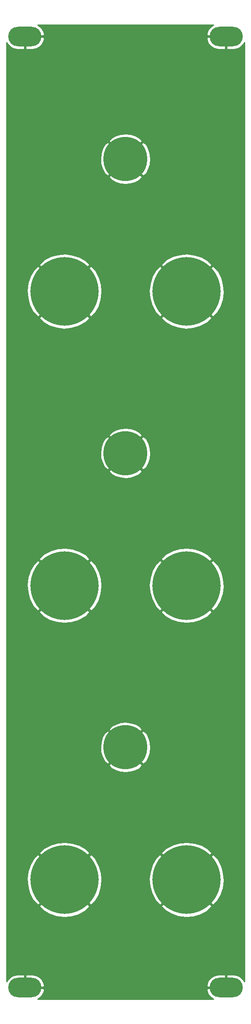
<source format=gbr>
%TF.GenerationSoftware,KiCad,Pcbnew,5.1.6-c6e7f7d~87~ubuntu20.04.1*%
%TF.CreationDate,2020-10-18T19:32:01-04:00*%
%TF.ProjectId,attenuators_panel,61747465-6e75-4617-946f-72735f70616e,rev?*%
%TF.SameCoordinates,Original*%
%TF.FileFunction,Copper,L1,Top*%
%TF.FilePolarity,Positive*%
%FSLAX46Y46*%
G04 Gerber Fmt 4.6, Leading zero omitted, Abs format (unit mm)*
G04 Created by KiCad (PCBNEW 5.1.6-c6e7f7d~87~ubuntu20.04.1) date 2020-10-18 19:32:01*
%MOMM*%
%LPD*%
G01*
G04 APERTURE LIST*
%TA.AperFunction,ComponentPad*%
%ADD10C,14.000000*%
%TD*%
%TA.AperFunction,ComponentPad*%
%ADD11C,9.000000*%
%TD*%
%TA.AperFunction,ComponentPad*%
%ADD12O,6.800000X4.000000*%
%TD*%
%TA.AperFunction,Conductor*%
%ADD13C,0.254000*%
%TD*%
G04 APERTURE END LIST*
D10*
%TO.P,H13,1*%
%TO.N,GND*%
X172500000Y-187000000D03*
%TD*%
%TO.P,H12,1*%
%TO.N,GND*%
X172500000Y-67000000D03*
%TD*%
%TO.P,H11,1*%
%TO.N,GND*%
X172500000Y-127000000D03*
%TD*%
%TO.P,H10,1*%
%TO.N,GND*%
X147500000Y-67000000D03*
%TD*%
%TO.P,H9,1*%
%TO.N,GND*%
X147500000Y-127000000D03*
%TD*%
%TO.P,H8,1*%
%TO.N,GND*%
X147500000Y-187000000D03*
%TD*%
D11*
%TO.P,H7,1*%
%TO.N,GND*%
X160000000Y-100000000D03*
%TD*%
%TO.P,H6,1*%
%TO.N,GND*%
X160000000Y-160000000D03*
%TD*%
%TO.P,H5,1*%
%TO.N,GND*%
X160000000Y-40000000D03*
%TD*%
D12*
%TO.P,H4,1*%
%TO.N,GND*%
X139400000Y-209000000D03*
%TD*%
%TO.P,H3,1*%
%TO.N,GND*%
X180600000Y-209000000D03*
%TD*%
%TO.P,H2,1*%
%TO.N,GND*%
X180600000Y-15000000D03*
%TD*%
%TO.P,H1,1*%
%TO.N,GND*%
X139400000Y-15000000D03*
%TD*%
D13*
%TO.N,GND*%
G36*
X177630475Y-12879635D02*
G01*
X177246970Y-13226576D01*
X176938519Y-13641669D01*
X176716975Y-14108962D01*
X176620333Y-14462838D01*
X176727009Y-14873000D01*
X180473000Y-14873000D01*
X180473000Y-14853000D01*
X180727000Y-14853000D01*
X180727000Y-14873000D01*
X180747000Y-14873000D01*
X180747000Y-15127000D01*
X180727000Y-15127000D01*
X180727000Y-17635000D01*
X182127000Y-17635000D01*
X182638623Y-17559593D01*
X183125704Y-17385822D01*
X183569525Y-17120365D01*
X183953030Y-16773424D01*
X184261481Y-16358331D01*
X184340000Y-16192714D01*
X184340001Y-207807288D01*
X184261481Y-207641669D01*
X183953030Y-207226576D01*
X183569525Y-206879635D01*
X183125704Y-206614178D01*
X182638623Y-206440407D01*
X182127000Y-206365000D01*
X180727000Y-206365000D01*
X180727000Y-208873000D01*
X180747000Y-208873000D01*
X180747000Y-209127000D01*
X180727000Y-209127000D01*
X180727000Y-209147000D01*
X180473000Y-209147000D01*
X180473000Y-209127000D01*
X176727009Y-209127000D01*
X176620333Y-209537162D01*
X176716975Y-209891038D01*
X176938519Y-210358331D01*
X177246970Y-210773424D01*
X177630475Y-211120365D01*
X177997686Y-211340000D01*
X142002314Y-211340000D01*
X142369525Y-211120365D01*
X142753030Y-210773424D01*
X143061481Y-210358331D01*
X143283025Y-209891038D01*
X143379667Y-209537162D01*
X143272991Y-209127000D01*
X139527000Y-209127000D01*
X139527000Y-209147000D01*
X139273000Y-209147000D01*
X139273000Y-209127000D01*
X139253000Y-209127000D01*
X139253000Y-208873000D01*
X139273000Y-208873000D01*
X139273000Y-206365000D01*
X139527000Y-206365000D01*
X139527000Y-208873000D01*
X143272991Y-208873000D01*
X143379667Y-208462838D01*
X176620333Y-208462838D01*
X176727009Y-208873000D01*
X180473000Y-208873000D01*
X180473000Y-206365000D01*
X179073000Y-206365000D01*
X178561377Y-206440407D01*
X178074296Y-206614178D01*
X177630475Y-206879635D01*
X177246970Y-207226576D01*
X176938519Y-207641669D01*
X176716975Y-208108962D01*
X176620333Y-208462838D01*
X143379667Y-208462838D01*
X143283025Y-208108962D01*
X143061481Y-207641669D01*
X142753030Y-207226576D01*
X142369525Y-206879635D01*
X141925704Y-206614178D01*
X141438623Y-206440407D01*
X140927000Y-206365000D01*
X139527000Y-206365000D01*
X139273000Y-206365000D01*
X137873000Y-206365000D01*
X137361377Y-206440407D01*
X136874296Y-206614178D01*
X136430475Y-206879635D01*
X136046970Y-207226576D01*
X135738519Y-207641669D01*
X135660000Y-207807286D01*
X135660000Y-192401674D01*
X142277932Y-192401674D01*
X143093908Y-193280530D01*
X144403840Y-194019437D01*
X145832756Y-194488591D01*
X147325743Y-194669963D01*
X148825428Y-194556583D01*
X150274176Y-194152807D01*
X151616314Y-193474153D01*
X151906092Y-193280530D01*
X152722068Y-192401674D01*
X167277932Y-192401674D01*
X168093908Y-193280530D01*
X169403840Y-194019437D01*
X170832756Y-194488591D01*
X172325743Y-194669963D01*
X173825428Y-194556583D01*
X175274176Y-194152807D01*
X176616314Y-193474153D01*
X176906092Y-193280530D01*
X177722068Y-192401674D01*
X172500000Y-187179605D01*
X167277932Y-192401674D01*
X152722068Y-192401674D01*
X147500000Y-187179605D01*
X142277932Y-192401674D01*
X135660000Y-192401674D01*
X135660000Y-186825743D01*
X139830037Y-186825743D01*
X139943417Y-188325428D01*
X140347193Y-189774176D01*
X141025847Y-191116314D01*
X141219470Y-191406092D01*
X142098326Y-192222068D01*
X147320395Y-187000000D01*
X147679605Y-187000000D01*
X152901674Y-192222068D01*
X153780530Y-191406092D01*
X154519437Y-190096160D01*
X154988591Y-188667244D01*
X155169963Y-187174257D01*
X155143615Y-186825743D01*
X164830037Y-186825743D01*
X164943417Y-188325428D01*
X165347193Y-189774176D01*
X166025847Y-191116314D01*
X166219470Y-191406092D01*
X167098326Y-192222068D01*
X172320395Y-187000000D01*
X172679605Y-187000000D01*
X177901674Y-192222068D01*
X178780530Y-191406092D01*
X179519437Y-190096160D01*
X179988591Y-188667244D01*
X180169963Y-187174257D01*
X180056583Y-185674572D01*
X179652807Y-184225824D01*
X178974153Y-182883686D01*
X178780530Y-182593908D01*
X177901674Y-181777932D01*
X172679605Y-187000000D01*
X172320395Y-187000000D01*
X167098326Y-181777932D01*
X166219470Y-182593908D01*
X165480563Y-183903840D01*
X165011409Y-185332756D01*
X164830037Y-186825743D01*
X155143615Y-186825743D01*
X155056583Y-185674572D01*
X154652807Y-184225824D01*
X153974153Y-182883686D01*
X153780530Y-182593908D01*
X152901674Y-181777932D01*
X147679605Y-187000000D01*
X147320395Y-187000000D01*
X142098326Y-181777932D01*
X141219470Y-182593908D01*
X140480563Y-183903840D01*
X140011409Y-185332756D01*
X139830037Y-186825743D01*
X135660000Y-186825743D01*
X135660000Y-181598326D01*
X142277932Y-181598326D01*
X147500000Y-186820395D01*
X152722068Y-181598326D01*
X167277932Y-181598326D01*
X172500000Y-186820395D01*
X177722068Y-181598326D01*
X176906092Y-180719470D01*
X175596160Y-179980563D01*
X174167244Y-179511409D01*
X172674257Y-179330037D01*
X171174572Y-179443417D01*
X169725824Y-179847193D01*
X168383686Y-180525847D01*
X168093908Y-180719470D01*
X167277932Y-181598326D01*
X152722068Y-181598326D01*
X151906092Y-180719470D01*
X150596160Y-179980563D01*
X149167244Y-179511409D01*
X147674257Y-179330037D01*
X146174572Y-179443417D01*
X144725824Y-179847193D01*
X143383686Y-180525847D01*
X143093908Y-180719470D01*
X142277932Y-181598326D01*
X135660000Y-181598326D01*
X135660000Y-163624971D01*
X156554634Y-163624971D01*
X157070783Y-164247788D01*
X157955768Y-164737630D01*
X158919314Y-165045407D01*
X159924389Y-165159293D01*
X160932370Y-165074910D01*
X161904520Y-164795501D01*
X162803481Y-164331803D01*
X162929217Y-164247788D01*
X163445366Y-163624971D01*
X160000000Y-160179605D01*
X156554634Y-163624971D01*
X135660000Y-163624971D01*
X135660000Y-159924389D01*
X154840707Y-159924389D01*
X154925090Y-160932370D01*
X155204499Y-161904520D01*
X155668197Y-162803481D01*
X155752212Y-162929217D01*
X156375029Y-163445366D01*
X159820395Y-160000000D01*
X160179605Y-160000000D01*
X163624971Y-163445366D01*
X164247788Y-162929217D01*
X164737630Y-162044232D01*
X165045407Y-161080686D01*
X165159293Y-160075611D01*
X165074910Y-159067630D01*
X164795501Y-158095480D01*
X164331803Y-157196519D01*
X164247788Y-157070783D01*
X163624971Y-156554634D01*
X160179605Y-160000000D01*
X159820395Y-160000000D01*
X156375029Y-156554634D01*
X155752212Y-157070783D01*
X155262370Y-157955768D01*
X154954593Y-158919314D01*
X154840707Y-159924389D01*
X135660000Y-159924389D01*
X135660000Y-156375029D01*
X156554634Y-156375029D01*
X160000000Y-159820395D01*
X163445366Y-156375029D01*
X162929217Y-155752212D01*
X162044232Y-155262370D01*
X161080686Y-154954593D01*
X160075611Y-154840707D01*
X159067630Y-154925090D01*
X158095480Y-155204499D01*
X157196519Y-155668197D01*
X157070783Y-155752212D01*
X156554634Y-156375029D01*
X135660000Y-156375029D01*
X135660000Y-132401674D01*
X142277932Y-132401674D01*
X143093908Y-133280530D01*
X144403840Y-134019437D01*
X145832756Y-134488591D01*
X147325743Y-134669963D01*
X148825428Y-134556583D01*
X150274176Y-134152807D01*
X151616314Y-133474153D01*
X151906092Y-133280530D01*
X152722068Y-132401674D01*
X167277932Y-132401674D01*
X168093908Y-133280530D01*
X169403840Y-134019437D01*
X170832756Y-134488591D01*
X172325743Y-134669963D01*
X173825428Y-134556583D01*
X175274176Y-134152807D01*
X176616314Y-133474153D01*
X176906092Y-133280530D01*
X177722068Y-132401674D01*
X172500000Y-127179605D01*
X167277932Y-132401674D01*
X152722068Y-132401674D01*
X147500000Y-127179605D01*
X142277932Y-132401674D01*
X135660000Y-132401674D01*
X135660000Y-126825743D01*
X139830037Y-126825743D01*
X139943417Y-128325428D01*
X140347193Y-129774176D01*
X141025847Y-131116314D01*
X141219470Y-131406092D01*
X142098326Y-132222068D01*
X147320395Y-127000000D01*
X147679605Y-127000000D01*
X152901674Y-132222068D01*
X153780530Y-131406092D01*
X154519437Y-130096160D01*
X154988591Y-128667244D01*
X155169963Y-127174257D01*
X155143615Y-126825743D01*
X164830037Y-126825743D01*
X164943417Y-128325428D01*
X165347193Y-129774176D01*
X166025847Y-131116314D01*
X166219470Y-131406092D01*
X167098326Y-132222068D01*
X172320395Y-127000000D01*
X172679605Y-127000000D01*
X177901674Y-132222068D01*
X178780530Y-131406092D01*
X179519437Y-130096160D01*
X179988591Y-128667244D01*
X180169963Y-127174257D01*
X180056583Y-125674572D01*
X179652807Y-124225824D01*
X178974153Y-122883686D01*
X178780530Y-122593908D01*
X177901674Y-121777932D01*
X172679605Y-127000000D01*
X172320395Y-127000000D01*
X167098326Y-121777932D01*
X166219470Y-122593908D01*
X165480563Y-123903840D01*
X165011409Y-125332756D01*
X164830037Y-126825743D01*
X155143615Y-126825743D01*
X155056583Y-125674572D01*
X154652807Y-124225824D01*
X153974153Y-122883686D01*
X153780530Y-122593908D01*
X152901674Y-121777932D01*
X147679605Y-127000000D01*
X147320395Y-127000000D01*
X142098326Y-121777932D01*
X141219470Y-122593908D01*
X140480563Y-123903840D01*
X140011409Y-125332756D01*
X139830037Y-126825743D01*
X135660000Y-126825743D01*
X135660000Y-121598326D01*
X142277932Y-121598326D01*
X147500000Y-126820395D01*
X152722068Y-121598326D01*
X167277932Y-121598326D01*
X172500000Y-126820395D01*
X177722068Y-121598326D01*
X176906092Y-120719470D01*
X175596160Y-119980563D01*
X174167244Y-119511409D01*
X172674257Y-119330037D01*
X171174572Y-119443417D01*
X169725824Y-119847193D01*
X168383686Y-120525847D01*
X168093908Y-120719470D01*
X167277932Y-121598326D01*
X152722068Y-121598326D01*
X151906092Y-120719470D01*
X150596160Y-119980563D01*
X149167244Y-119511409D01*
X147674257Y-119330037D01*
X146174572Y-119443417D01*
X144725824Y-119847193D01*
X143383686Y-120525847D01*
X143093908Y-120719470D01*
X142277932Y-121598326D01*
X135660000Y-121598326D01*
X135660000Y-103624971D01*
X156554634Y-103624971D01*
X157070783Y-104247788D01*
X157955768Y-104737630D01*
X158919314Y-105045407D01*
X159924389Y-105159293D01*
X160932370Y-105074910D01*
X161904520Y-104795501D01*
X162803481Y-104331803D01*
X162929217Y-104247788D01*
X163445366Y-103624971D01*
X160000000Y-100179605D01*
X156554634Y-103624971D01*
X135660000Y-103624971D01*
X135660000Y-99924389D01*
X154840707Y-99924389D01*
X154925090Y-100932370D01*
X155204499Y-101904520D01*
X155668197Y-102803481D01*
X155752212Y-102929217D01*
X156375029Y-103445366D01*
X159820395Y-100000000D01*
X160179605Y-100000000D01*
X163624971Y-103445366D01*
X164247788Y-102929217D01*
X164737630Y-102044232D01*
X165045407Y-101080686D01*
X165159293Y-100075611D01*
X165074910Y-99067630D01*
X164795501Y-98095480D01*
X164331803Y-97196519D01*
X164247788Y-97070783D01*
X163624971Y-96554634D01*
X160179605Y-100000000D01*
X159820395Y-100000000D01*
X156375029Y-96554634D01*
X155752212Y-97070783D01*
X155262370Y-97955768D01*
X154954593Y-98919314D01*
X154840707Y-99924389D01*
X135660000Y-99924389D01*
X135660000Y-96375029D01*
X156554634Y-96375029D01*
X160000000Y-99820395D01*
X163445366Y-96375029D01*
X162929217Y-95752212D01*
X162044232Y-95262370D01*
X161080686Y-94954593D01*
X160075611Y-94840707D01*
X159067630Y-94925090D01*
X158095480Y-95204499D01*
X157196519Y-95668197D01*
X157070783Y-95752212D01*
X156554634Y-96375029D01*
X135660000Y-96375029D01*
X135660000Y-72401674D01*
X142277932Y-72401674D01*
X143093908Y-73280530D01*
X144403840Y-74019437D01*
X145832756Y-74488591D01*
X147325743Y-74669963D01*
X148825428Y-74556583D01*
X150274176Y-74152807D01*
X151616314Y-73474153D01*
X151906092Y-73280530D01*
X152722068Y-72401674D01*
X167277932Y-72401674D01*
X168093908Y-73280530D01*
X169403840Y-74019437D01*
X170832756Y-74488591D01*
X172325743Y-74669963D01*
X173825428Y-74556583D01*
X175274176Y-74152807D01*
X176616314Y-73474153D01*
X176906092Y-73280530D01*
X177722068Y-72401674D01*
X172500000Y-67179605D01*
X167277932Y-72401674D01*
X152722068Y-72401674D01*
X147500000Y-67179605D01*
X142277932Y-72401674D01*
X135660000Y-72401674D01*
X135660000Y-66825743D01*
X139830037Y-66825743D01*
X139943417Y-68325428D01*
X140347193Y-69774176D01*
X141025847Y-71116314D01*
X141219470Y-71406092D01*
X142098326Y-72222068D01*
X147320395Y-67000000D01*
X147679605Y-67000000D01*
X152901674Y-72222068D01*
X153780530Y-71406092D01*
X154519437Y-70096160D01*
X154988591Y-68667244D01*
X155169963Y-67174257D01*
X155143615Y-66825743D01*
X164830037Y-66825743D01*
X164943417Y-68325428D01*
X165347193Y-69774176D01*
X166025847Y-71116314D01*
X166219470Y-71406092D01*
X167098326Y-72222068D01*
X172320395Y-67000000D01*
X172679605Y-67000000D01*
X177901674Y-72222068D01*
X178780530Y-71406092D01*
X179519437Y-70096160D01*
X179988591Y-68667244D01*
X180169963Y-67174257D01*
X180056583Y-65674572D01*
X179652807Y-64225824D01*
X178974153Y-62883686D01*
X178780530Y-62593908D01*
X177901674Y-61777932D01*
X172679605Y-67000000D01*
X172320395Y-67000000D01*
X167098326Y-61777932D01*
X166219470Y-62593908D01*
X165480563Y-63903840D01*
X165011409Y-65332756D01*
X164830037Y-66825743D01*
X155143615Y-66825743D01*
X155056583Y-65674572D01*
X154652807Y-64225824D01*
X153974153Y-62883686D01*
X153780530Y-62593908D01*
X152901674Y-61777932D01*
X147679605Y-67000000D01*
X147320395Y-67000000D01*
X142098326Y-61777932D01*
X141219470Y-62593908D01*
X140480563Y-63903840D01*
X140011409Y-65332756D01*
X139830037Y-66825743D01*
X135660000Y-66825743D01*
X135660000Y-61598326D01*
X142277932Y-61598326D01*
X147500000Y-66820395D01*
X152722068Y-61598326D01*
X167277932Y-61598326D01*
X172500000Y-66820395D01*
X177722068Y-61598326D01*
X176906092Y-60719470D01*
X175596160Y-59980563D01*
X174167244Y-59511409D01*
X172674257Y-59330037D01*
X171174572Y-59443417D01*
X169725824Y-59847193D01*
X168383686Y-60525847D01*
X168093908Y-60719470D01*
X167277932Y-61598326D01*
X152722068Y-61598326D01*
X151906092Y-60719470D01*
X150596160Y-59980563D01*
X149167244Y-59511409D01*
X147674257Y-59330037D01*
X146174572Y-59443417D01*
X144725824Y-59847193D01*
X143383686Y-60525847D01*
X143093908Y-60719470D01*
X142277932Y-61598326D01*
X135660000Y-61598326D01*
X135660000Y-43624971D01*
X156554634Y-43624971D01*
X157070783Y-44247788D01*
X157955768Y-44737630D01*
X158919314Y-45045407D01*
X159924389Y-45159293D01*
X160932370Y-45074910D01*
X161904520Y-44795501D01*
X162803481Y-44331803D01*
X162929217Y-44247788D01*
X163445366Y-43624971D01*
X160000000Y-40179605D01*
X156554634Y-43624971D01*
X135660000Y-43624971D01*
X135660000Y-39924389D01*
X154840707Y-39924389D01*
X154925090Y-40932370D01*
X155204499Y-41904520D01*
X155668197Y-42803481D01*
X155752212Y-42929217D01*
X156375029Y-43445366D01*
X159820395Y-40000000D01*
X160179605Y-40000000D01*
X163624971Y-43445366D01*
X164247788Y-42929217D01*
X164737630Y-42044232D01*
X165045407Y-41080686D01*
X165159293Y-40075611D01*
X165074910Y-39067630D01*
X164795501Y-38095480D01*
X164331803Y-37196519D01*
X164247788Y-37070783D01*
X163624971Y-36554634D01*
X160179605Y-40000000D01*
X159820395Y-40000000D01*
X156375029Y-36554634D01*
X155752212Y-37070783D01*
X155262370Y-37955768D01*
X154954593Y-38919314D01*
X154840707Y-39924389D01*
X135660000Y-39924389D01*
X135660000Y-36375029D01*
X156554634Y-36375029D01*
X160000000Y-39820395D01*
X163445366Y-36375029D01*
X162929217Y-35752212D01*
X162044232Y-35262370D01*
X161080686Y-34954593D01*
X160075611Y-34840707D01*
X159067630Y-34925090D01*
X158095480Y-35204499D01*
X157196519Y-35668197D01*
X157070783Y-35752212D01*
X156554634Y-36375029D01*
X135660000Y-36375029D01*
X135660000Y-16192714D01*
X135738519Y-16358331D01*
X136046970Y-16773424D01*
X136430475Y-17120365D01*
X136874296Y-17385822D01*
X137361377Y-17559593D01*
X137873000Y-17635000D01*
X139273000Y-17635000D01*
X139273000Y-15127000D01*
X139527000Y-15127000D01*
X139527000Y-17635000D01*
X140927000Y-17635000D01*
X141438623Y-17559593D01*
X141925704Y-17385822D01*
X142369525Y-17120365D01*
X142753030Y-16773424D01*
X143061481Y-16358331D01*
X143283025Y-15891038D01*
X143379667Y-15537162D01*
X176620333Y-15537162D01*
X176716975Y-15891038D01*
X176938519Y-16358331D01*
X177246970Y-16773424D01*
X177630475Y-17120365D01*
X178074296Y-17385822D01*
X178561377Y-17559593D01*
X179073000Y-17635000D01*
X180473000Y-17635000D01*
X180473000Y-15127000D01*
X176727009Y-15127000D01*
X176620333Y-15537162D01*
X143379667Y-15537162D01*
X143272991Y-15127000D01*
X139527000Y-15127000D01*
X139273000Y-15127000D01*
X139253000Y-15127000D01*
X139253000Y-14873000D01*
X139273000Y-14873000D01*
X139273000Y-14853000D01*
X139527000Y-14853000D01*
X139527000Y-14873000D01*
X143272991Y-14873000D01*
X143379667Y-14462838D01*
X143283025Y-14108962D01*
X143061481Y-13641669D01*
X142753030Y-13226576D01*
X142369525Y-12879635D01*
X142002314Y-12660000D01*
X177997686Y-12660000D01*
X177630475Y-12879635D01*
G37*
X177630475Y-12879635D02*
X177246970Y-13226576D01*
X176938519Y-13641669D01*
X176716975Y-14108962D01*
X176620333Y-14462838D01*
X176727009Y-14873000D01*
X180473000Y-14873000D01*
X180473000Y-14853000D01*
X180727000Y-14853000D01*
X180727000Y-14873000D01*
X180747000Y-14873000D01*
X180747000Y-15127000D01*
X180727000Y-15127000D01*
X180727000Y-17635000D01*
X182127000Y-17635000D01*
X182638623Y-17559593D01*
X183125704Y-17385822D01*
X183569525Y-17120365D01*
X183953030Y-16773424D01*
X184261481Y-16358331D01*
X184340000Y-16192714D01*
X184340001Y-207807288D01*
X184261481Y-207641669D01*
X183953030Y-207226576D01*
X183569525Y-206879635D01*
X183125704Y-206614178D01*
X182638623Y-206440407D01*
X182127000Y-206365000D01*
X180727000Y-206365000D01*
X180727000Y-208873000D01*
X180747000Y-208873000D01*
X180747000Y-209127000D01*
X180727000Y-209127000D01*
X180727000Y-209147000D01*
X180473000Y-209147000D01*
X180473000Y-209127000D01*
X176727009Y-209127000D01*
X176620333Y-209537162D01*
X176716975Y-209891038D01*
X176938519Y-210358331D01*
X177246970Y-210773424D01*
X177630475Y-211120365D01*
X177997686Y-211340000D01*
X142002314Y-211340000D01*
X142369525Y-211120365D01*
X142753030Y-210773424D01*
X143061481Y-210358331D01*
X143283025Y-209891038D01*
X143379667Y-209537162D01*
X143272991Y-209127000D01*
X139527000Y-209127000D01*
X139527000Y-209147000D01*
X139273000Y-209147000D01*
X139273000Y-209127000D01*
X139253000Y-209127000D01*
X139253000Y-208873000D01*
X139273000Y-208873000D01*
X139273000Y-206365000D01*
X139527000Y-206365000D01*
X139527000Y-208873000D01*
X143272991Y-208873000D01*
X143379667Y-208462838D01*
X176620333Y-208462838D01*
X176727009Y-208873000D01*
X180473000Y-208873000D01*
X180473000Y-206365000D01*
X179073000Y-206365000D01*
X178561377Y-206440407D01*
X178074296Y-206614178D01*
X177630475Y-206879635D01*
X177246970Y-207226576D01*
X176938519Y-207641669D01*
X176716975Y-208108962D01*
X176620333Y-208462838D01*
X143379667Y-208462838D01*
X143283025Y-208108962D01*
X143061481Y-207641669D01*
X142753030Y-207226576D01*
X142369525Y-206879635D01*
X141925704Y-206614178D01*
X141438623Y-206440407D01*
X140927000Y-206365000D01*
X139527000Y-206365000D01*
X139273000Y-206365000D01*
X137873000Y-206365000D01*
X137361377Y-206440407D01*
X136874296Y-206614178D01*
X136430475Y-206879635D01*
X136046970Y-207226576D01*
X135738519Y-207641669D01*
X135660000Y-207807286D01*
X135660000Y-192401674D01*
X142277932Y-192401674D01*
X143093908Y-193280530D01*
X144403840Y-194019437D01*
X145832756Y-194488591D01*
X147325743Y-194669963D01*
X148825428Y-194556583D01*
X150274176Y-194152807D01*
X151616314Y-193474153D01*
X151906092Y-193280530D01*
X152722068Y-192401674D01*
X167277932Y-192401674D01*
X168093908Y-193280530D01*
X169403840Y-194019437D01*
X170832756Y-194488591D01*
X172325743Y-194669963D01*
X173825428Y-194556583D01*
X175274176Y-194152807D01*
X176616314Y-193474153D01*
X176906092Y-193280530D01*
X177722068Y-192401674D01*
X172500000Y-187179605D01*
X167277932Y-192401674D01*
X152722068Y-192401674D01*
X147500000Y-187179605D01*
X142277932Y-192401674D01*
X135660000Y-192401674D01*
X135660000Y-186825743D01*
X139830037Y-186825743D01*
X139943417Y-188325428D01*
X140347193Y-189774176D01*
X141025847Y-191116314D01*
X141219470Y-191406092D01*
X142098326Y-192222068D01*
X147320395Y-187000000D01*
X147679605Y-187000000D01*
X152901674Y-192222068D01*
X153780530Y-191406092D01*
X154519437Y-190096160D01*
X154988591Y-188667244D01*
X155169963Y-187174257D01*
X155143615Y-186825743D01*
X164830037Y-186825743D01*
X164943417Y-188325428D01*
X165347193Y-189774176D01*
X166025847Y-191116314D01*
X166219470Y-191406092D01*
X167098326Y-192222068D01*
X172320395Y-187000000D01*
X172679605Y-187000000D01*
X177901674Y-192222068D01*
X178780530Y-191406092D01*
X179519437Y-190096160D01*
X179988591Y-188667244D01*
X180169963Y-187174257D01*
X180056583Y-185674572D01*
X179652807Y-184225824D01*
X178974153Y-182883686D01*
X178780530Y-182593908D01*
X177901674Y-181777932D01*
X172679605Y-187000000D01*
X172320395Y-187000000D01*
X167098326Y-181777932D01*
X166219470Y-182593908D01*
X165480563Y-183903840D01*
X165011409Y-185332756D01*
X164830037Y-186825743D01*
X155143615Y-186825743D01*
X155056583Y-185674572D01*
X154652807Y-184225824D01*
X153974153Y-182883686D01*
X153780530Y-182593908D01*
X152901674Y-181777932D01*
X147679605Y-187000000D01*
X147320395Y-187000000D01*
X142098326Y-181777932D01*
X141219470Y-182593908D01*
X140480563Y-183903840D01*
X140011409Y-185332756D01*
X139830037Y-186825743D01*
X135660000Y-186825743D01*
X135660000Y-181598326D01*
X142277932Y-181598326D01*
X147500000Y-186820395D01*
X152722068Y-181598326D01*
X167277932Y-181598326D01*
X172500000Y-186820395D01*
X177722068Y-181598326D01*
X176906092Y-180719470D01*
X175596160Y-179980563D01*
X174167244Y-179511409D01*
X172674257Y-179330037D01*
X171174572Y-179443417D01*
X169725824Y-179847193D01*
X168383686Y-180525847D01*
X168093908Y-180719470D01*
X167277932Y-181598326D01*
X152722068Y-181598326D01*
X151906092Y-180719470D01*
X150596160Y-179980563D01*
X149167244Y-179511409D01*
X147674257Y-179330037D01*
X146174572Y-179443417D01*
X144725824Y-179847193D01*
X143383686Y-180525847D01*
X143093908Y-180719470D01*
X142277932Y-181598326D01*
X135660000Y-181598326D01*
X135660000Y-163624971D01*
X156554634Y-163624971D01*
X157070783Y-164247788D01*
X157955768Y-164737630D01*
X158919314Y-165045407D01*
X159924389Y-165159293D01*
X160932370Y-165074910D01*
X161904520Y-164795501D01*
X162803481Y-164331803D01*
X162929217Y-164247788D01*
X163445366Y-163624971D01*
X160000000Y-160179605D01*
X156554634Y-163624971D01*
X135660000Y-163624971D01*
X135660000Y-159924389D01*
X154840707Y-159924389D01*
X154925090Y-160932370D01*
X155204499Y-161904520D01*
X155668197Y-162803481D01*
X155752212Y-162929217D01*
X156375029Y-163445366D01*
X159820395Y-160000000D01*
X160179605Y-160000000D01*
X163624971Y-163445366D01*
X164247788Y-162929217D01*
X164737630Y-162044232D01*
X165045407Y-161080686D01*
X165159293Y-160075611D01*
X165074910Y-159067630D01*
X164795501Y-158095480D01*
X164331803Y-157196519D01*
X164247788Y-157070783D01*
X163624971Y-156554634D01*
X160179605Y-160000000D01*
X159820395Y-160000000D01*
X156375029Y-156554634D01*
X155752212Y-157070783D01*
X155262370Y-157955768D01*
X154954593Y-158919314D01*
X154840707Y-159924389D01*
X135660000Y-159924389D01*
X135660000Y-156375029D01*
X156554634Y-156375029D01*
X160000000Y-159820395D01*
X163445366Y-156375029D01*
X162929217Y-155752212D01*
X162044232Y-155262370D01*
X161080686Y-154954593D01*
X160075611Y-154840707D01*
X159067630Y-154925090D01*
X158095480Y-155204499D01*
X157196519Y-155668197D01*
X157070783Y-155752212D01*
X156554634Y-156375029D01*
X135660000Y-156375029D01*
X135660000Y-132401674D01*
X142277932Y-132401674D01*
X143093908Y-133280530D01*
X144403840Y-134019437D01*
X145832756Y-134488591D01*
X147325743Y-134669963D01*
X148825428Y-134556583D01*
X150274176Y-134152807D01*
X151616314Y-133474153D01*
X151906092Y-133280530D01*
X152722068Y-132401674D01*
X167277932Y-132401674D01*
X168093908Y-133280530D01*
X169403840Y-134019437D01*
X170832756Y-134488591D01*
X172325743Y-134669963D01*
X173825428Y-134556583D01*
X175274176Y-134152807D01*
X176616314Y-133474153D01*
X176906092Y-133280530D01*
X177722068Y-132401674D01*
X172500000Y-127179605D01*
X167277932Y-132401674D01*
X152722068Y-132401674D01*
X147500000Y-127179605D01*
X142277932Y-132401674D01*
X135660000Y-132401674D01*
X135660000Y-126825743D01*
X139830037Y-126825743D01*
X139943417Y-128325428D01*
X140347193Y-129774176D01*
X141025847Y-131116314D01*
X141219470Y-131406092D01*
X142098326Y-132222068D01*
X147320395Y-127000000D01*
X147679605Y-127000000D01*
X152901674Y-132222068D01*
X153780530Y-131406092D01*
X154519437Y-130096160D01*
X154988591Y-128667244D01*
X155169963Y-127174257D01*
X155143615Y-126825743D01*
X164830037Y-126825743D01*
X164943417Y-128325428D01*
X165347193Y-129774176D01*
X166025847Y-131116314D01*
X166219470Y-131406092D01*
X167098326Y-132222068D01*
X172320395Y-127000000D01*
X172679605Y-127000000D01*
X177901674Y-132222068D01*
X178780530Y-131406092D01*
X179519437Y-130096160D01*
X179988591Y-128667244D01*
X180169963Y-127174257D01*
X180056583Y-125674572D01*
X179652807Y-124225824D01*
X178974153Y-122883686D01*
X178780530Y-122593908D01*
X177901674Y-121777932D01*
X172679605Y-127000000D01*
X172320395Y-127000000D01*
X167098326Y-121777932D01*
X166219470Y-122593908D01*
X165480563Y-123903840D01*
X165011409Y-125332756D01*
X164830037Y-126825743D01*
X155143615Y-126825743D01*
X155056583Y-125674572D01*
X154652807Y-124225824D01*
X153974153Y-122883686D01*
X153780530Y-122593908D01*
X152901674Y-121777932D01*
X147679605Y-127000000D01*
X147320395Y-127000000D01*
X142098326Y-121777932D01*
X141219470Y-122593908D01*
X140480563Y-123903840D01*
X140011409Y-125332756D01*
X139830037Y-126825743D01*
X135660000Y-126825743D01*
X135660000Y-121598326D01*
X142277932Y-121598326D01*
X147500000Y-126820395D01*
X152722068Y-121598326D01*
X167277932Y-121598326D01*
X172500000Y-126820395D01*
X177722068Y-121598326D01*
X176906092Y-120719470D01*
X175596160Y-119980563D01*
X174167244Y-119511409D01*
X172674257Y-119330037D01*
X171174572Y-119443417D01*
X169725824Y-119847193D01*
X168383686Y-120525847D01*
X168093908Y-120719470D01*
X167277932Y-121598326D01*
X152722068Y-121598326D01*
X151906092Y-120719470D01*
X150596160Y-119980563D01*
X149167244Y-119511409D01*
X147674257Y-119330037D01*
X146174572Y-119443417D01*
X144725824Y-119847193D01*
X143383686Y-120525847D01*
X143093908Y-120719470D01*
X142277932Y-121598326D01*
X135660000Y-121598326D01*
X135660000Y-103624971D01*
X156554634Y-103624971D01*
X157070783Y-104247788D01*
X157955768Y-104737630D01*
X158919314Y-105045407D01*
X159924389Y-105159293D01*
X160932370Y-105074910D01*
X161904520Y-104795501D01*
X162803481Y-104331803D01*
X162929217Y-104247788D01*
X163445366Y-103624971D01*
X160000000Y-100179605D01*
X156554634Y-103624971D01*
X135660000Y-103624971D01*
X135660000Y-99924389D01*
X154840707Y-99924389D01*
X154925090Y-100932370D01*
X155204499Y-101904520D01*
X155668197Y-102803481D01*
X155752212Y-102929217D01*
X156375029Y-103445366D01*
X159820395Y-100000000D01*
X160179605Y-100000000D01*
X163624971Y-103445366D01*
X164247788Y-102929217D01*
X164737630Y-102044232D01*
X165045407Y-101080686D01*
X165159293Y-100075611D01*
X165074910Y-99067630D01*
X164795501Y-98095480D01*
X164331803Y-97196519D01*
X164247788Y-97070783D01*
X163624971Y-96554634D01*
X160179605Y-100000000D01*
X159820395Y-100000000D01*
X156375029Y-96554634D01*
X155752212Y-97070783D01*
X155262370Y-97955768D01*
X154954593Y-98919314D01*
X154840707Y-99924389D01*
X135660000Y-99924389D01*
X135660000Y-96375029D01*
X156554634Y-96375029D01*
X160000000Y-99820395D01*
X163445366Y-96375029D01*
X162929217Y-95752212D01*
X162044232Y-95262370D01*
X161080686Y-94954593D01*
X160075611Y-94840707D01*
X159067630Y-94925090D01*
X158095480Y-95204499D01*
X157196519Y-95668197D01*
X157070783Y-95752212D01*
X156554634Y-96375029D01*
X135660000Y-96375029D01*
X135660000Y-72401674D01*
X142277932Y-72401674D01*
X143093908Y-73280530D01*
X144403840Y-74019437D01*
X145832756Y-74488591D01*
X147325743Y-74669963D01*
X148825428Y-74556583D01*
X150274176Y-74152807D01*
X151616314Y-73474153D01*
X151906092Y-73280530D01*
X152722068Y-72401674D01*
X167277932Y-72401674D01*
X168093908Y-73280530D01*
X169403840Y-74019437D01*
X170832756Y-74488591D01*
X172325743Y-74669963D01*
X173825428Y-74556583D01*
X175274176Y-74152807D01*
X176616314Y-73474153D01*
X176906092Y-73280530D01*
X177722068Y-72401674D01*
X172500000Y-67179605D01*
X167277932Y-72401674D01*
X152722068Y-72401674D01*
X147500000Y-67179605D01*
X142277932Y-72401674D01*
X135660000Y-72401674D01*
X135660000Y-66825743D01*
X139830037Y-66825743D01*
X139943417Y-68325428D01*
X140347193Y-69774176D01*
X141025847Y-71116314D01*
X141219470Y-71406092D01*
X142098326Y-72222068D01*
X147320395Y-67000000D01*
X147679605Y-67000000D01*
X152901674Y-72222068D01*
X153780530Y-71406092D01*
X154519437Y-70096160D01*
X154988591Y-68667244D01*
X155169963Y-67174257D01*
X155143615Y-66825743D01*
X164830037Y-66825743D01*
X164943417Y-68325428D01*
X165347193Y-69774176D01*
X166025847Y-71116314D01*
X166219470Y-71406092D01*
X167098326Y-72222068D01*
X172320395Y-67000000D01*
X172679605Y-67000000D01*
X177901674Y-72222068D01*
X178780530Y-71406092D01*
X179519437Y-70096160D01*
X179988591Y-68667244D01*
X180169963Y-67174257D01*
X180056583Y-65674572D01*
X179652807Y-64225824D01*
X178974153Y-62883686D01*
X178780530Y-62593908D01*
X177901674Y-61777932D01*
X172679605Y-67000000D01*
X172320395Y-67000000D01*
X167098326Y-61777932D01*
X166219470Y-62593908D01*
X165480563Y-63903840D01*
X165011409Y-65332756D01*
X164830037Y-66825743D01*
X155143615Y-66825743D01*
X155056583Y-65674572D01*
X154652807Y-64225824D01*
X153974153Y-62883686D01*
X153780530Y-62593908D01*
X152901674Y-61777932D01*
X147679605Y-67000000D01*
X147320395Y-67000000D01*
X142098326Y-61777932D01*
X141219470Y-62593908D01*
X140480563Y-63903840D01*
X140011409Y-65332756D01*
X139830037Y-66825743D01*
X135660000Y-66825743D01*
X135660000Y-61598326D01*
X142277932Y-61598326D01*
X147500000Y-66820395D01*
X152722068Y-61598326D01*
X167277932Y-61598326D01*
X172500000Y-66820395D01*
X177722068Y-61598326D01*
X176906092Y-60719470D01*
X175596160Y-59980563D01*
X174167244Y-59511409D01*
X172674257Y-59330037D01*
X171174572Y-59443417D01*
X169725824Y-59847193D01*
X168383686Y-60525847D01*
X168093908Y-60719470D01*
X167277932Y-61598326D01*
X152722068Y-61598326D01*
X151906092Y-60719470D01*
X150596160Y-59980563D01*
X149167244Y-59511409D01*
X147674257Y-59330037D01*
X146174572Y-59443417D01*
X144725824Y-59847193D01*
X143383686Y-60525847D01*
X143093908Y-60719470D01*
X142277932Y-61598326D01*
X135660000Y-61598326D01*
X135660000Y-43624971D01*
X156554634Y-43624971D01*
X157070783Y-44247788D01*
X157955768Y-44737630D01*
X158919314Y-45045407D01*
X159924389Y-45159293D01*
X160932370Y-45074910D01*
X161904520Y-44795501D01*
X162803481Y-44331803D01*
X162929217Y-44247788D01*
X163445366Y-43624971D01*
X160000000Y-40179605D01*
X156554634Y-43624971D01*
X135660000Y-43624971D01*
X135660000Y-39924389D01*
X154840707Y-39924389D01*
X154925090Y-40932370D01*
X155204499Y-41904520D01*
X155668197Y-42803481D01*
X155752212Y-42929217D01*
X156375029Y-43445366D01*
X159820395Y-40000000D01*
X160179605Y-40000000D01*
X163624971Y-43445366D01*
X164247788Y-42929217D01*
X164737630Y-42044232D01*
X165045407Y-41080686D01*
X165159293Y-40075611D01*
X165074910Y-39067630D01*
X164795501Y-38095480D01*
X164331803Y-37196519D01*
X164247788Y-37070783D01*
X163624971Y-36554634D01*
X160179605Y-40000000D01*
X159820395Y-40000000D01*
X156375029Y-36554634D01*
X155752212Y-37070783D01*
X155262370Y-37955768D01*
X154954593Y-38919314D01*
X154840707Y-39924389D01*
X135660000Y-39924389D01*
X135660000Y-36375029D01*
X156554634Y-36375029D01*
X160000000Y-39820395D01*
X163445366Y-36375029D01*
X162929217Y-35752212D01*
X162044232Y-35262370D01*
X161080686Y-34954593D01*
X160075611Y-34840707D01*
X159067630Y-34925090D01*
X158095480Y-35204499D01*
X157196519Y-35668197D01*
X157070783Y-35752212D01*
X156554634Y-36375029D01*
X135660000Y-36375029D01*
X135660000Y-16192714D01*
X135738519Y-16358331D01*
X136046970Y-16773424D01*
X136430475Y-17120365D01*
X136874296Y-17385822D01*
X137361377Y-17559593D01*
X137873000Y-17635000D01*
X139273000Y-17635000D01*
X139273000Y-15127000D01*
X139527000Y-15127000D01*
X139527000Y-17635000D01*
X140927000Y-17635000D01*
X141438623Y-17559593D01*
X141925704Y-17385822D01*
X142369525Y-17120365D01*
X142753030Y-16773424D01*
X143061481Y-16358331D01*
X143283025Y-15891038D01*
X143379667Y-15537162D01*
X176620333Y-15537162D01*
X176716975Y-15891038D01*
X176938519Y-16358331D01*
X177246970Y-16773424D01*
X177630475Y-17120365D01*
X178074296Y-17385822D01*
X178561377Y-17559593D01*
X179073000Y-17635000D01*
X180473000Y-17635000D01*
X180473000Y-15127000D01*
X176727009Y-15127000D01*
X176620333Y-15537162D01*
X143379667Y-15537162D01*
X143272991Y-15127000D01*
X139527000Y-15127000D01*
X139273000Y-15127000D01*
X139253000Y-15127000D01*
X139253000Y-14873000D01*
X139273000Y-14873000D01*
X139273000Y-14853000D01*
X139527000Y-14853000D01*
X139527000Y-14873000D01*
X143272991Y-14873000D01*
X143379667Y-14462838D01*
X143283025Y-14108962D01*
X143061481Y-13641669D01*
X142753030Y-13226576D01*
X142369525Y-12879635D01*
X142002314Y-12660000D01*
X177997686Y-12660000D01*
X177630475Y-12879635D01*
%TD*%
M02*

</source>
